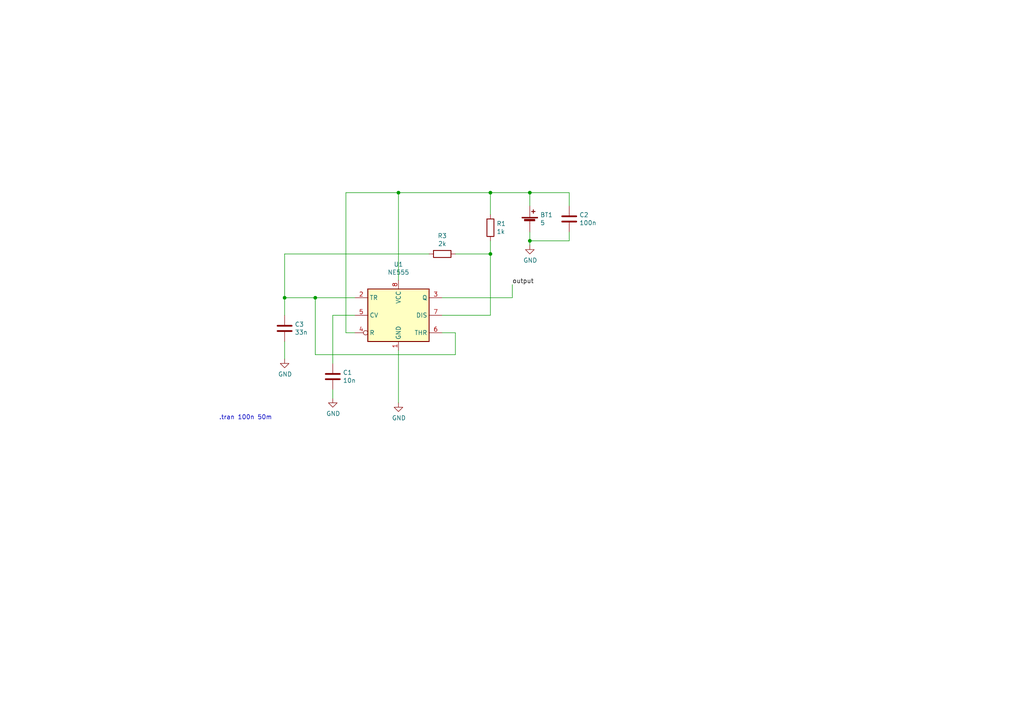
<source format=kicad_sch>
(kicad_sch (version 20211123) (generator eeschema)
  (paper "A4")
  (lib_symbols
    (symbol "Device:Battery_Cell" (pin_numbers hide) (pin_names (offset 0) hide)
      (property "Reference" "BT" (at 2.54 2.54 0))
      (property "Value" "Battery_Cell" (at 2.54 0 0))
      (symbol "Battery_Cell_0_1"
        (rectangle (start -2.286 1.778) (end 2.286 1.524) (fill (type outline)))
        (rectangle (start -1.5748 1.1938) (end 1.4732 0.6858) (fill (type outline)))
        (polyline (pts (xy 0 0.762) (xy 0 0)))
        (polyline (pts (xy 0 1.778) (xy 0 2.54)))
        (polyline (pts (xy 0.508 3.429) (xy 1.524 3.429)) (stroke (width 0.254)))
        (polyline (pts (xy 1.016 3.937) (xy 1.016 2.921)) (stroke (width 0.254)))
      )
      (symbol "Battery_Cell_1_1"
        (pin passive line (at 0 5.08 270) (length 2.54) (name "+") (number "1"))
        (pin passive line (at 0 -2.54 90) (length 2.54) (name "-") (number "2"))
      )
    )
    (symbol "Device:C" (pin_numbers hide) (pin_names (offset 0.254))
      (property "Reference" "C" (at 0.635 2.54 0))
      (property "Value" "C" (at 0.635 -2.54 0))
      (symbol "C_0_1"
        (polyline (pts (xy -2.032 -0.762) (xy 2.032 -0.762)) (stroke (width 0.508)))
        (polyline (pts (xy -2.032 0.762) (xy 2.032 0.762)) (stroke (width 0.508)))
      )
      (symbol "C_1_1"
        (pin passive line (at 0 3.81 270) (length 2.794) (name "~") (number "1"))
        (pin passive line (at 0 -3.81 90) (length 2.794) (name "~") (number "2"))
      )
    )
    (symbol "Device:R" (pin_numbers hide) (pin_names (offset 0))
      (property "Reference" "R" (at 2.032 0 90))
      (property "Value" "R" (at 0 0 90))
      (symbol "R_0_1"
        (rectangle (start -1.016 -2.54) (end 1.016 2.54) (stroke (width 0.254)))
      )
      (symbol "R_1_1"
        (pin passive line (at 0 3.81 270) (length 1.27) (name "~") (number "1"))
        (pin passive line (at 0 -3.81 90) (length 1.27) (name "~") (number "2"))
      )
    )
    (symbol "NE555_test-rescue:NE555-Timer"
      (property "Reference" "U" (at -10.16 8.89 0))
      (property "Value" "NE555-Timer" (at 2.54 8.89 0))
      (symbol "NE555-Timer_0_0"
        (pin power_in line (at 0 -10.16 90) (length 2.54) (name "GND") (number "1"))
        (pin power_in line (at 0 10.16 270) (length 2.54) (name "VCC") (number "8"))
      )
      (symbol "NE555-Timer_0_1"
        (rectangle (start -8.89 -7.62) (end 8.89 7.62) (stroke (width 0.254)) (fill (type background)))
        (rectangle (start -8.89 -7.62) (end 8.89 7.62) (stroke (width 0.254)) (fill (type background)))
      )
      (symbol "NE555-Timer_1_1"
        (pin input line (at -12.7 5.08 0) (length 3.81) (name "TR") (number "2"))
        (pin output line (at 12.7 5.08 180) (length 3.81) (name "Q") (number "3"))
        (pin input inverted (at -12.7 -5.08 0) (length 3.81) (name "R") (number "4"))
        (pin input line (at -12.7 0 0) (length 3.81) (name "CV") (number "5"))
        (pin input line (at 12.7 -5.08 180) (length 3.81) (name "THR") (number "6"))
        (pin input line (at 12.7 0 180) (length 3.81) (name "DIS") (number "7"))
      )
    )
    (symbol "power:GND" (power) (pin_names (offset 0))
      (property "Value" "GND" (at 0 -3.81 0))
      (symbol "GND_0_1"
        (polyline (pts (xy 0 0) (xy 0 -1.27) (xy 1.27 -1.27) (xy 0 -2.54) (xy -1.27 -1.27) (xy 0 -1.27)))
      )
      (symbol "GND_1_1"
        (pin power_in line (at 0 0 270) (length 0) hide (name "GND") (number "1"))
      )
    )
  )
  (junction (at 142.24 73.66))
  (junction (at 153.67 55.88))
  (junction (at 142.24 55.88))
  (junction (at 153.67 69.85))
  (junction (at 91.44 86.36))
  (junction (at 115.57 55.88))
  (junction (at 82.55 86.36))
  (wire (pts (xy 165.1 69.85) (xy 165.1 67.31)))
  (wire (pts (xy 82.55 91.44) (xy 82.55 86.36)))
  (wire (pts (xy 142.24 55.88) (xy 142.24 62.23)))
  (wire (pts (xy 142.24 73.66) (xy 142.24 91.44)))
  (wire (pts (xy 102.87 96.52) (xy 100.33 96.52)))
  (wire (pts (xy 96.52 115.57) (xy 96.52 113.03)))
  (wire (pts (xy 102.87 91.44) (xy 96.52 91.44)))
  (wire (pts (xy 91.44 102.87) (xy 91.44 86.36)))
  (wire (pts (xy 91.44 102.87) (xy 132.08 102.87)))
  (wire (pts (xy 91.44 86.36) (xy 102.87 86.36)))
  (wire (pts (xy 82.55 104.14) (xy 82.55 99.06)))
  (wire (pts (xy 142.24 91.44) (xy 128.27 91.44)))
  (wire (pts (xy 148.59 86.36) (xy 148.59 82.55)))
  (wire (pts (xy 96.52 91.44) (xy 96.52 105.41)))
  (wire (pts (xy 82.55 73.66) (xy 124.46 73.66)))
  (wire (pts (xy 165.1 59.69) (xy 165.1 55.88)))
  (wire (pts (xy 153.67 55.88) (xy 153.67 59.69)))
  (wire (pts (xy 165.1 55.88) (xy 153.67 55.88)))
  (wire (pts (xy 128.27 96.52) (xy 132.08 96.52)))
  (wire (pts (xy 142.24 73.66) (xy 132.08 73.66)))
  (wire (pts (xy 142.24 69.85) (xy 142.24 73.66)))
  (wire (pts (xy 82.55 86.36) (xy 91.44 86.36)))
  (wire (pts (xy 115.57 55.88) (xy 142.24 55.88)))
  (wire (pts (xy 132.08 96.52) (xy 132.08 102.87)))
  (wire (pts (xy 115.57 55.88) (xy 115.57 81.28)))
  (wire (pts (xy 153.67 67.31) (xy 153.67 69.85)))
  (wire (pts (xy 115.57 101.6) (xy 115.57 116.84)))
  (wire (pts (xy 128.27 86.36) (xy 148.59 86.36)))
  (wire (pts (xy 142.24 55.88) (xy 153.67 55.88)))
  (wire (pts (xy 100.33 96.52) (xy 100.33 55.88)))
  (wire (pts (xy 153.67 69.85) (xy 153.67 71.12)))
  (wire (pts (xy 100.33 55.88) (xy 115.57 55.88)))
  (wire (pts (xy 153.67 69.85) (xy 165.1 69.85)))
  (wire (pts (xy 82.55 73.66) (xy 82.55 86.36)))
  (text ".tran 100n 50m\n" (at 63.5 121.92 0) (effects (font (size 1.27 1.27)) (justify left bottom)))
  (label "output" (at 148.59 82.55 0))
  (symbol (lib_id "NE555_test-rescue:NE555-Timer") (at 115.57 91.44 0) (unit 1)
    (property "Reference" "U1" (at 115.57 76.6826 0))
    (property "Value" "NE555" (at 115.57 78.994 0))
    (property "Datasheet" "http://www.ti.com/lit/ds/symlink/ne555.pdf" (effects hide))
    (property "Spice_Primitive" "X" (effects hide))
    (property "Spice_Model" "NE555" (effects hide))
    (property "Spice_Netlist_Enabled" "Y" (effects hide))
    (property "Spice_Lib_File" "NE555.lib" (effects hide))
  )
  (symbol (lib_id "power:GND") (at 115.57 116.84 0) (unit 1)
    (property "Reference" "#PWR01" (effects hide))
    (property "Value" "GND" (at 115.697 121.2342 0))
  )
  (symbol (lib_id "power:GND") (at 153.67 71.12 0) (unit 1)
    (property "Reference" "#PWR02" (effects hide))
    (property "Value" "GND" (at 153.797 75.5142 0))
  )
  (symbol (lib_id "Device:R") (at 128.27 73.66 270) (unit 1)
    (property "Reference" "R3" (at 128.27 68.4022 90))
    (property "Value" "2k" (at 128.27 70.7136 90))
  )
  (symbol (lib_id "Device:C") (at 82.55 95.25 0) (unit 1)
    (property "Reference" "C3" (at 85.471 94.0816 0) (effects (justify left)))
    (property "Value" "33n" (at 85.471 96.393 0) (effects (justify left)))
  )
  (symbol (lib_id "Device:Battery_Cell") (at 153.67 64.77 0) (unit 1)
    (property "Reference" "BT1" (at 156.6672 62.3316 0) (effects (justify left)))
    (property "Value" "5" (at 156.6672 64.643 0) (effects (justify left)))
    (property "Spice_Primitive" "V" (effects hide))
    (property "Spice_Model" "dc 5" (effects hide))
    (property "Spice_Netlist_Enabled" "Y" (effects hide))
  )
  (symbol (lib_id "Device:R") (at 142.24 66.04 180) (unit 1)
    (property "Reference" "R1" (at 144.018 64.8716 0) (effects (justify right)))
    (property "Value" "1k" (at 144.018 67.183 0) (effects (justify right)))
  )
  (symbol (lib_id "power:GND") (at 82.55 104.14 0) (unit 1)
    (property "Reference" "#PWR03" (effects hide))
    (property "Value" "GND" (at 82.677 108.5342 0))
  )
  (symbol (lib_id "Device:C") (at 96.52 109.22 0) (unit 1)
    (property "Reference" "C1" (at 99.441 108.0516 0) (effects (justify left)))
    (property "Value" "10n" (at 99.441 110.363 0) (effects (justify left)))
  )
  (symbol (lib_id "power:GND") (at 96.52 115.57 0) (unit 1)
    (property "Reference" "#PWR04" (effects hide))
    (property "Value" "GND" (at 96.647 119.9642 0))
  )
  (symbol (lib_id "Device:C") (at 165.1 63.5 0) (unit 1)
    (property "Reference" "C2" (at 168.021 62.3316 0) (effects (justify left)))
    (property "Value" "100n" (at 168.021 64.643 0) (effects (justify left)))
  )
)
</source>
